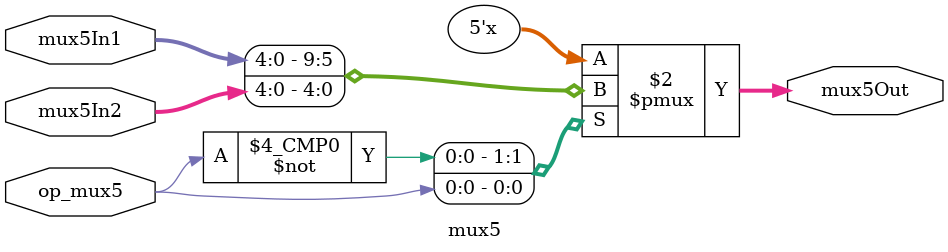
<source format=v>

module mux5 (mux5In1, mux5In2, op_mux5, mux5Out);

    // Entradas do multiplexador de 5 bits;
	input [4:0] mux5In1, mux5In2;

    // Operação a ser executada no multiplexador;
	input op_mux5;

    // Saída do multiplexador;
	output reg [4:0] mux5Out;

    // Escolhe a saída do multiplexador toda vez que um dos sinais estiverem altos;
	always@ (*) begin
		case (op_mux5)
		      1'b0:
                mux5Out = mux5In1;
              1'b1:
                mux5Out = mux5In2;
		endcase
	end

endmodule

</source>
